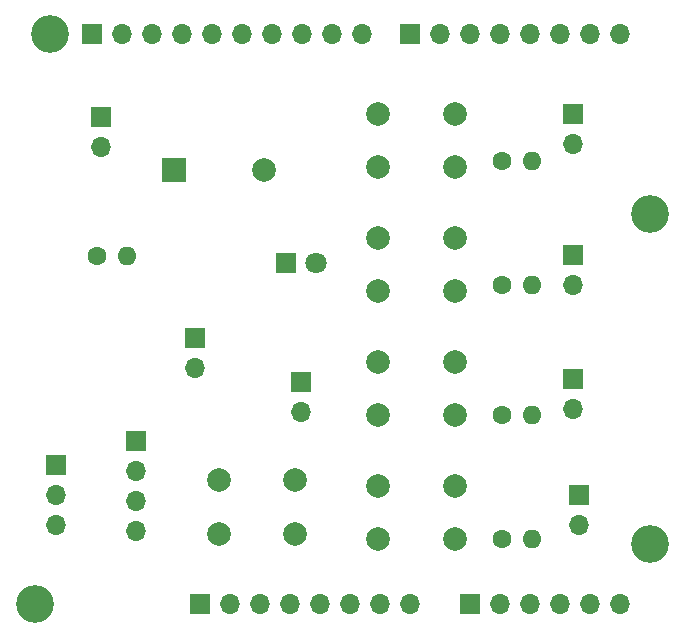
<source format=gbr>
%TF.GenerationSoftware,KiCad,Pcbnew,8.0.8-8.0.8-0~ubuntu24.10.1*%
%TF.CreationDate,2025-03-15T17:44:08-07:00*%
%TF.ProjectId,sailingRegattaTimer,7361696c-696e-4675-9265-676174746154,rev?*%
%TF.SameCoordinates,Original*%
%TF.FileFunction,Soldermask,Bot*%
%TF.FilePolarity,Negative*%
%FSLAX46Y46*%
G04 Gerber Fmt 4.6, Leading zero omitted, Abs format (unit mm)*
G04 Created by KiCad (PCBNEW 8.0.8-8.0.8-0~ubuntu24.10.1) date 2025-03-15 17:44:08*
%MOMM*%
%LPD*%
G01*
G04 APERTURE LIST*
%ADD10R,1.800000X1.800000*%
%ADD11C,1.800000*%
%ADD12R,1.700000X1.700000*%
%ADD13O,1.700000X1.700000*%
%ADD14R,2.000000X2.000000*%
%ADD15C,2.000000*%
%ADD16C,1.600000*%
%ADD17O,1.600000X1.600000*%
%ADD18C,3.200000*%
G04 APERTURE END LIST*
D10*
%TO.C,D1-LED*%
X135230000Y-68565000D03*
D11*
X137770000Y-68565000D03*
%TD*%
D12*
%TO.C,J1*%
X127940000Y-97460000D03*
D13*
X130480000Y-97460000D03*
X133020000Y-97460000D03*
X135560000Y-97460000D03*
X138100000Y-97460000D03*
X140640000Y-97460000D03*
X143180000Y-97460000D03*
X145720000Y-97460000D03*
%TD*%
D12*
%TO.C,J3*%
X150800000Y-97460000D03*
D13*
X153340000Y-97460000D03*
X155880000Y-97460000D03*
X158420000Y-97460000D03*
X160960000Y-97460000D03*
X163500000Y-97460000D03*
%TD*%
D12*
%TO.C,J2*%
X118796000Y-49200000D03*
D13*
X121336000Y-49200000D03*
X123876000Y-49200000D03*
X126416000Y-49200000D03*
X128956000Y-49200000D03*
X131496000Y-49200000D03*
X134036000Y-49200000D03*
X136576000Y-49200000D03*
X139116000Y-49200000D03*
X141656000Y-49200000D03*
%TD*%
D12*
%TO.C,J4*%
X145720000Y-49200000D03*
D13*
X148260000Y-49200000D03*
X150800000Y-49200000D03*
X153340000Y-49200000D03*
X155880000Y-49200000D03*
X158420000Y-49200000D03*
X160960000Y-49200000D03*
X163500000Y-49200000D03*
%TD*%
D12*
%TO.C,J5-5v-LED1*%
X127500000Y-74960000D03*
D13*
X127500000Y-77500000D03*
%TD*%
D14*
%TO.C,BZ1*%
X125700000Y-60750000D03*
D15*
X133300000Y-60750000D03*
%TD*%
%TO.C,SW5-Reset1*%
X129500000Y-87000000D03*
X136000000Y-87000000D03*
X129500000Y-91500000D03*
X136000000Y-91500000D03*
%TD*%
%TO.C,SW3-Grn-3M1*%
X143000000Y-77000000D03*
X149500000Y-77000000D03*
X143000000Y-81500000D03*
X149500000Y-81500000D03*
%TD*%
%TO.C,SW2-Yel-2M1*%
X143000000Y-66500000D03*
X149500000Y-66500000D03*
X143000000Y-71000000D03*
X149500000Y-71000000D03*
%TD*%
D12*
%TO.C,J7-Ext-Buz1*%
X119525000Y-56250000D03*
D13*
X119525000Y-58790000D03*
%TD*%
D15*
%TO.C,SW1-Red-1M1*%
X143000000Y-56000000D03*
X149500000Y-56000000D03*
X143000000Y-60500000D03*
X149500000Y-60500000D03*
%TD*%
D12*
%TO.C,J3-Grn-3M1*%
X159500000Y-78460000D03*
D13*
X159500000Y-81000000D03*
%TD*%
D15*
%TO.C,SW4-Blu-5M1*%
X143000000Y-87500000D03*
X149500000Y-87500000D03*
X143000000Y-92000000D03*
X149500000Y-92000000D03*
%TD*%
D16*
%TO.C,R5*%
X119210000Y-68000000D03*
D17*
X121750000Y-68000000D03*
%TD*%
D18*
%TO.C,MH1*%
X115240000Y-49200000D03*
%TD*%
D16*
%TO.C,R2*%
X153455000Y-70500000D03*
D17*
X155995000Y-70500000D03*
%TD*%
D12*
%TO.C,J1-Red-1M1*%
X159500000Y-55960000D03*
D13*
X159500000Y-58500000D03*
%TD*%
D12*
%TO.C,J8-Pololu-VReg1*%
X122500000Y-83630000D03*
D13*
X122500000Y-86170000D03*
X122500000Y-88710000D03*
X122500000Y-91250000D03*
%TD*%
D12*
%TO.C,J6-Reset1*%
X136500000Y-78710000D03*
D13*
X136500000Y-81250000D03*
%TD*%
D16*
%TO.C,R1*%
X153455000Y-60000000D03*
D17*
X155995000Y-60000000D03*
%TD*%
D12*
%TO.C,J4-Blu-5M1*%
X160000000Y-88225000D03*
D13*
X160000000Y-90765000D03*
%TD*%
D12*
%TO.C,J9-Relay1*%
X115750000Y-85710000D03*
D13*
X115750000Y-88250000D03*
X115750000Y-90790000D03*
%TD*%
D16*
%TO.C,R3*%
X153455000Y-81500000D03*
D17*
X155995000Y-81500000D03*
%TD*%
D12*
%TO.C,J2-Yel-2M1*%
X159500000Y-67960000D03*
D13*
X159500000Y-70500000D03*
%TD*%
D18*
%TO.C,MH2*%
X113970000Y-97460000D03*
%TD*%
%TO.C,MH3*%
X166040000Y-64440000D03*
%TD*%
%TO.C,MH4*%
X166040000Y-92380000D03*
%TD*%
D16*
%TO.C,R4*%
X153455000Y-92000000D03*
D17*
X155995000Y-92000000D03*
%TD*%
M02*

</source>
